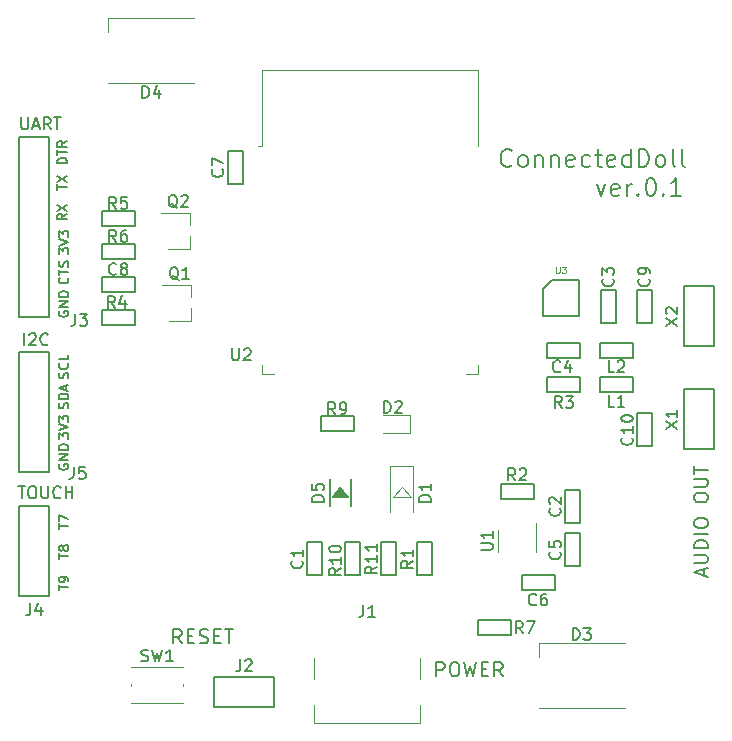
<source format=gto>
G04 #@! TF.GenerationSoftware,KiCad,Pcbnew,(5.1.5)-3*
G04 #@! TF.CreationDate,2020-06-20T18:16:28+09:00*
G04 #@! TF.ProjectId,esp32-mp3-board,65737033-322d-46d7-9033-2d626f617264,rev?*
G04 #@! TF.SameCoordinates,Original*
G04 #@! TF.FileFunction,Legend,Top*
G04 #@! TF.FilePolarity,Positive*
%FSLAX46Y46*%
G04 Gerber Fmt 4.6, Leading zero omitted, Abs format (unit mm)*
G04 Created by KiCad (PCBNEW (5.1.5)-3) date 2020-06-20 18:16:28*
%MOMM*%
%LPD*%
G04 APERTURE LIST*
%ADD10C,0.200000*%
%ADD11C,0.120000*%
%ADD12C,0.150000*%
%ADD13C,0.127000*%
%ADD14C,0.080000*%
G04 APERTURE END LIST*
D10*
X159040571Y-76780714D02*
X158969142Y-76852142D01*
X158754857Y-76923571D01*
X158612000Y-76923571D01*
X158397714Y-76852142D01*
X158254857Y-76709285D01*
X158183428Y-76566428D01*
X158112000Y-76280714D01*
X158112000Y-76066428D01*
X158183428Y-75780714D01*
X158254857Y-75637857D01*
X158397714Y-75495000D01*
X158612000Y-75423571D01*
X158754857Y-75423571D01*
X158969142Y-75495000D01*
X159040571Y-75566428D01*
X159897714Y-76923571D02*
X159754857Y-76852142D01*
X159683428Y-76780714D01*
X159612000Y-76637857D01*
X159612000Y-76209285D01*
X159683428Y-76066428D01*
X159754857Y-75995000D01*
X159897714Y-75923571D01*
X160112000Y-75923571D01*
X160254857Y-75995000D01*
X160326285Y-76066428D01*
X160397714Y-76209285D01*
X160397714Y-76637857D01*
X160326285Y-76780714D01*
X160254857Y-76852142D01*
X160112000Y-76923571D01*
X159897714Y-76923571D01*
X161040571Y-75923571D02*
X161040571Y-76923571D01*
X161040571Y-76066428D02*
X161112000Y-75995000D01*
X161254857Y-75923571D01*
X161469142Y-75923571D01*
X161612000Y-75995000D01*
X161683428Y-76137857D01*
X161683428Y-76923571D01*
X162397714Y-75923571D02*
X162397714Y-76923571D01*
X162397714Y-76066428D02*
X162469142Y-75995000D01*
X162612000Y-75923571D01*
X162826285Y-75923571D01*
X162969142Y-75995000D01*
X163040571Y-76137857D01*
X163040571Y-76923571D01*
X164326285Y-76852142D02*
X164183428Y-76923571D01*
X163897714Y-76923571D01*
X163754857Y-76852142D01*
X163683428Y-76709285D01*
X163683428Y-76137857D01*
X163754857Y-75995000D01*
X163897714Y-75923571D01*
X164183428Y-75923571D01*
X164326285Y-75995000D01*
X164397714Y-76137857D01*
X164397714Y-76280714D01*
X163683428Y-76423571D01*
X165683428Y-76852142D02*
X165540571Y-76923571D01*
X165254857Y-76923571D01*
X165112000Y-76852142D01*
X165040571Y-76780714D01*
X164969142Y-76637857D01*
X164969142Y-76209285D01*
X165040571Y-76066428D01*
X165112000Y-75995000D01*
X165254857Y-75923571D01*
X165540571Y-75923571D01*
X165683428Y-75995000D01*
X166112000Y-75923571D02*
X166683428Y-75923571D01*
X166326285Y-75423571D02*
X166326285Y-76709285D01*
X166397714Y-76852142D01*
X166540571Y-76923571D01*
X166683428Y-76923571D01*
X167754857Y-76852142D02*
X167612000Y-76923571D01*
X167326285Y-76923571D01*
X167183428Y-76852142D01*
X167112000Y-76709285D01*
X167112000Y-76137857D01*
X167183428Y-75995000D01*
X167326285Y-75923571D01*
X167612000Y-75923571D01*
X167754857Y-75995000D01*
X167826285Y-76137857D01*
X167826285Y-76280714D01*
X167112000Y-76423571D01*
X169112000Y-76923571D02*
X169112000Y-75423571D01*
X169112000Y-76852142D02*
X168969142Y-76923571D01*
X168683428Y-76923571D01*
X168540571Y-76852142D01*
X168469142Y-76780714D01*
X168397714Y-76637857D01*
X168397714Y-76209285D01*
X168469142Y-76066428D01*
X168540571Y-75995000D01*
X168683428Y-75923571D01*
X168969142Y-75923571D01*
X169112000Y-75995000D01*
X169826285Y-76923571D02*
X169826285Y-75423571D01*
X170183428Y-75423571D01*
X170397714Y-75495000D01*
X170540571Y-75637857D01*
X170612000Y-75780714D01*
X170683428Y-76066428D01*
X170683428Y-76280714D01*
X170612000Y-76566428D01*
X170540571Y-76709285D01*
X170397714Y-76852142D01*
X170183428Y-76923571D01*
X169826285Y-76923571D01*
X171540571Y-76923571D02*
X171397714Y-76852142D01*
X171326285Y-76780714D01*
X171254857Y-76637857D01*
X171254857Y-76209285D01*
X171326285Y-76066428D01*
X171397714Y-75995000D01*
X171540571Y-75923571D01*
X171754857Y-75923571D01*
X171897714Y-75995000D01*
X171969142Y-76066428D01*
X172040571Y-76209285D01*
X172040571Y-76637857D01*
X171969142Y-76780714D01*
X171897714Y-76852142D01*
X171754857Y-76923571D01*
X171540571Y-76923571D01*
X172897714Y-76923571D02*
X172754857Y-76852142D01*
X172683428Y-76709285D01*
X172683428Y-75423571D01*
X173683428Y-76923571D02*
X173540571Y-76852142D01*
X173469142Y-76709285D01*
X173469142Y-75423571D01*
X166254857Y-78373571D02*
X166612000Y-79373571D01*
X166969142Y-78373571D01*
X168112000Y-79302142D02*
X167969142Y-79373571D01*
X167683428Y-79373571D01*
X167540571Y-79302142D01*
X167469142Y-79159285D01*
X167469142Y-78587857D01*
X167540571Y-78445000D01*
X167683428Y-78373571D01*
X167969142Y-78373571D01*
X168112000Y-78445000D01*
X168183428Y-78587857D01*
X168183428Y-78730714D01*
X167469142Y-78873571D01*
X168826285Y-79373571D02*
X168826285Y-78373571D01*
X168826285Y-78659285D02*
X168897714Y-78516428D01*
X168969142Y-78445000D01*
X169112000Y-78373571D01*
X169254857Y-78373571D01*
X169754857Y-79230714D02*
X169826285Y-79302142D01*
X169754857Y-79373571D01*
X169683428Y-79302142D01*
X169754857Y-79230714D01*
X169754857Y-79373571D01*
X170754857Y-77873571D02*
X170897714Y-77873571D01*
X171040571Y-77945000D01*
X171112000Y-78016428D01*
X171183428Y-78159285D01*
X171254857Y-78445000D01*
X171254857Y-78802142D01*
X171183428Y-79087857D01*
X171112000Y-79230714D01*
X171040571Y-79302142D01*
X170897714Y-79373571D01*
X170754857Y-79373571D01*
X170612000Y-79302142D01*
X170540571Y-79230714D01*
X170469142Y-79087857D01*
X170397714Y-78802142D01*
X170397714Y-78445000D01*
X170469142Y-78159285D01*
X170540571Y-78016428D01*
X170612000Y-77945000D01*
X170754857Y-77873571D01*
X171897714Y-79230714D02*
X171969142Y-79302142D01*
X171897714Y-79373571D01*
X171826285Y-79302142D01*
X171897714Y-79230714D01*
X171897714Y-79373571D01*
X173397714Y-79373571D02*
X172540571Y-79373571D01*
X172969142Y-79373571D02*
X172969142Y-77873571D01*
X172826285Y-78087857D01*
X172683428Y-78230714D01*
X172540571Y-78302142D01*
D11*
X150495000Y-104902000D02*
X149733000Y-104013000D01*
X148971000Y-104902000D02*
X150495000Y-104902000D01*
X149733000Y-104013000D02*
X148971000Y-104902000D01*
D12*
X175333000Y-111534000D02*
X175333000Y-110962571D01*
X175675857Y-111648285D02*
X174475857Y-111248285D01*
X175675857Y-110848285D01*
X174475857Y-110448285D02*
X175447285Y-110448285D01*
X175561571Y-110391142D01*
X175618714Y-110334000D01*
X175675857Y-110219714D01*
X175675857Y-109991142D01*
X175618714Y-109876857D01*
X175561571Y-109819714D01*
X175447285Y-109762571D01*
X174475857Y-109762571D01*
X175675857Y-109191142D02*
X174475857Y-109191142D01*
X174475857Y-108905428D01*
X174533000Y-108734000D01*
X174647285Y-108619714D01*
X174761571Y-108562571D01*
X174990142Y-108505428D01*
X175161571Y-108505428D01*
X175390142Y-108562571D01*
X175504428Y-108619714D01*
X175618714Y-108734000D01*
X175675857Y-108905428D01*
X175675857Y-109191142D01*
X175675857Y-107991142D02*
X174475857Y-107991142D01*
X174475857Y-107191142D02*
X174475857Y-106962571D01*
X174533000Y-106848285D01*
X174647285Y-106734000D01*
X174875857Y-106676857D01*
X175275857Y-106676857D01*
X175504428Y-106734000D01*
X175618714Y-106848285D01*
X175675857Y-106962571D01*
X175675857Y-107191142D01*
X175618714Y-107305428D01*
X175504428Y-107419714D01*
X175275857Y-107476857D01*
X174875857Y-107476857D01*
X174647285Y-107419714D01*
X174533000Y-107305428D01*
X174475857Y-107191142D01*
X174475857Y-105019714D02*
X174475857Y-104791142D01*
X174533000Y-104676857D01*
X174647285Y-104562571D01*
X174875857Y-104505428D01*
X175275857Y-104505428D01*
X175504428Y-104562571D01*
X175618714Y-104676857D01*
X175675857Y-104791142D01*
X175675857Y-105019714D01*
X175618714Y-105134000D01*
X175504428Y-105248285D01*
X175275857Y-105305428D01*
X174875857Y-105305428D01*
X174647285Y-105248285D01*
X174533000Y-105134000D01*
X174475857Y-105019714D01*
X174475857Y-103991142D02*
X175447285Y-103991142D01*
X175561571Y-103934000D01*
X175618714Y-103876857D01*
X175675857Y-103762571D01*
X175675857Y-103534000D01*
X175618714Y-103419714D01*
X175561571Y-103362571D01*
X175447285Y-103305428D01*
X174475857Y-103305428D01*
X174475857Y-102905428D02*
X174475857Y-102219714D01*
X175675857Y-102562571D02*
X174475857Y-102562571D01*
X152676571Y-120049857D02*
X152676571Y-118849857D01*
X153133714Y-118849857D01*
X153248000Y-118907000D01*
X153305142Y-118964142D01*
X153362285Y-119078428D01*
X153362285Y-119249857D01*
X153305142Y-119364142D01*
X153248000Y-119421285D01*
X153133714Y-119478428D01*
X152676571Y-119478428D01*
X154105142Y-118849857D02*
X154333714Y-118849857D01*
X154448000Y-118907000D01*
X154562285Y-119021285D01*
X154619428Y-119249857D01*
X154619428Y-119649857D01*
X154562285Y-119878428D01*
X154448000Y-119992714D01*
X154333714Y-120049857D01*
X154105142Y-120049857D01*
X153990857Y-119992714D01*
X153876571Y-119878428D01*
X153819428Y-119649857D01*
X153819428Y-119249857D01*
X153876571Y-119021285D01*
X153990857Y-118907000D01*
X154105142Y-118849857D01*
X155019428Y-118849857D02*
X155305142Y-120049857D01*
X155533714Y-119192714D01*
X155762285Y-120049857D01*
X156048000Y-118849857D01*
X156505142Y-119421285D02*
X156905142Y-119421285D01*
X157076571Y-120049857D02*
X156505142Y-120049857D01*
X156505142Y-118849857D01*
X157076571Y-118849857D01*
X158276571Y-120049857D02*
X157876571Y-119478428D01*
X157590857Y-120049857D02*
X157590857Y-118849857D01*
X158048000Y-118849857D01*
X158162285Y-118907000D01*
X158219428Y-118964142D01*
X158276571Y-119078428D01*
X158276571Y-119249857D01*
X158219428Y-119364142D01*
X158162285Y-119421285D01*
X158048000Y-119478428D01*
X157590857Y-119478428D01*
X120719904Y-112750523D02*
X120719904Y-112293380D01*
X121519904Y-112521952D02*
X120719904Y-112521952D01*
X121519904Y-111988619D02*
X121519904Y-111836238D01*
X121481809Y-111760047D01*
X121443714Y-111721952D01*
X121329428Y-111645761D01*
X121177047Y-111607666D01*
X120872285Y-111607666D01*
X120796095Y-111645761D01*
X120758000Y-111683857D01*
X120719904Y-111760047D01*
X120719904Y-111912428D01*
X120758000Y-111988619D01*
X120796095Y-112026714D01*
X120872285Y-112064809D01*
X121062761Y-112064809D01*
X121138952Y-112026714D01*
X121177047Y-111988619D01*
X121215142Y-111912428D01*
X121215142Y-111760047D01*
X121177047Y-111683857D01*
X121138952Y-111645761D01*
X121062761Y-111607666D01*
X120719904Y-110083523D02*
X120719904Y-109626380D01*
X121519904Y-109854952D02*
X120719904Y-109854952D01*
X121062761Y-109245428D02*
X121024666Y-109321619D01*
X120986571Y-109359714D01*
X120910380Y-109397809D01*
X120872285Y-109397809D01*
X120796095Y-109359714D01*
X120758000Y-109321619D01*
X120719904Y-109245428D01*
X120719904Y-109093047D01*
X120758000Y-109016857D01*
X120796095Y-108978761D01*
X120872285Y-108940666D01*
X120910380Y-108940666D01*
X120986571Y-108978761D01*
X121024666Y-109016857D01*
X121062761Y-109093047D01*
X121062761Y-109245428D01*
X121100857Y-109321619D01*
X121138952Y-109359714D01*
X121215142Y-109397809D01*
X121367523Y-109397809D01*
X121443714Y-109359714D01*
X121481809Y-109321619D01*
X121519904Y-109245428D01*
X121519904Y-109093047D01*
X121481809Y-109016857D01*
X121443714Y-108978761D01*
X121367523Y-108940666D01*
X121215142Y-108940666D01*
X121138952Y-108978761D01*
X121100857Y-109016857D01*
X121062761Y-109093047D01*
X120719904Y-107543523D02*
X120719904Y-107086380D01*
X121519904Y-107314952D02*
X120719904Y-107314952D01*
X120719904Y-106895904D02*
X120719904Y-106362571D01*
X121519904Y-106705428D01*
X121481809Y-94805380D02*
X121519904Y-94691095D01*
X121519904Y-94500619D01*
X121481809Y-94424428D01*
X121443714Y-94386333D01*
X121367523Y-94348238D01*
X121291333Y-94348238D01*
X121215142Y-94386333D01*
X121177047Y-94424428D01*
X121138952Y-94500619D01*
X121100857Y-94653000D01*
X121062761Y-94729190D01*
X121024666Y-94767285D01*
X120948476Y-94805380D01*
X120872285Y-94805380D01*
X120796095Y-94767285D01*
X120758000Y-94729190D01*
X120719904Y-94653000D01*
X120719904Y-94462523D01*
X120758000Y-94348238D01*
X121443714Y-93548238D02*
X121481809Y-93586333D01*
X121519904Y-93700619D01*
X121519904Y-93776809D01*
X121481809Y-93891095D01*
X121405619Y-93967285D01*
X121329428Y-94005380D01*
X121177047Y-94043476D01*
X121062761Y-94043476D01*
X120910380Y-94005380D01*
X120834190Y-93967285D01*
X120758000Y-93891095D01*
X120719904Y-93776809D01*
X120719904Y-93700619D01*
X120758000Y-93586333D01*
X120796095Y-93548238D01*
X121519904Y-92824428D02*
X121519904Y-93205380D01*
X120719904Y-93205380D01*
X121481809Y-97364428D02*
X121519904Y-97250142D01*
X121519904Y-97059666D01*
X121481809Y-96983476D01*
X121443714Y-96945380D01*
X121367523Y-96907285D01*
X121291333Y-96907285D01*
X121215142Y-96945380D01*
X121177047Y-96983476D01*
X121138952Y-97059666D01*
X121100857Y-97212047D01*
X121062761Y-97288238D01*
X121024666Y-97326333D01*
X120948476Y-97364428D01*
X120872285Y-97364428D01*
X120796095Y-97326333D01*
X120758000Y-97288238D01*
X120719904Y-97212047D01*
X120719904Y-97021571D01*
X120758000Y-96907285D01*
X121519904Y-96564428D02*
X120719904Y-96564428D01*
X120719904Y-96373952D01*
X120758000Y-96259666D01*
X120834190Y-96183476D01*
X120910380Y-96145380D01*
X121062761Y-96107285D01*
X121177047Y-96107285D01*
X121329428Y-96145380D01*
X121405619Y-96183476D01*
X121481809Y-96259666D01*
X121519904Y-96373952D01*
X121519904Y-96564428D01*
X121291333Y-95802523D02*
X121291333Y-95421571D01*
X121519904Y-95878714D02*
X120719904Y-95612047D01*
X121519904Y-95345380D01*
X120719904Y-99923476D02*
X120719904Y-99428238D01*
X121024666Y-99694904D01*
X121024666Y-99580619D01*
X121062761Y-99504428D01*
X121100857Y-99466333D01*
X121177047Y-99428238D01*
X121367523Y-99428238D01*
X121443714Y-99466333D01*
X121481809Y-99504428D01*
X121519904Y-99580619D01*
X121519904Y-99809190D01*
X121481809Y-99885380D01*
X121443714Y-99923476D01*
X120719904Y-99199666D02*
X121519904Y-98933000D01*
X120719904Y-98666333D01*
X120719904Y-98475857D02*
X120719904Y-97980619D01*
X121024666Y-98247285D01*
X121024666Y-98133000D01*
X121062761Y-98056809D01*
X121100857Y-98018714D01*
X121177047Y-97980619D01*
X121367523Y-97980619D01*
X121443714Y-98018714D01*
X121481809Y-98056809D01*
X121519904Y-98133000D01*
X121519904Y-98361571D01*
X121481809Y-98437761D01*
X121443714Y-98475857D01*
X120758000Y-102082523D02*
X120719904Y-102158714D01*
X120719904Y-102273000D01*
X120758000Y-102387285D01*
X120834190Y-102463476D01*
X120910380Y-102501571D01*
X121062761Y-102539666D01*
X121177047Y-102539666D01*
X121329428Y-102501571D01*
X121405619Y-102463476D01*
X121481809Y-102387285D01*
X121519904Y-102273000D01*
X121519904Y-102196809D01*
X121481809Y-102082523D01*
X121443714Y-102044428D01*
X121177047Y-102044428D01*
X121177047Y-102196809D01*
X121519904Y-101701571D02*
X120719904Y-101701571D01*
X121519904Y-101244428D01*
X120719904Y-101244428D01*
X121519904Y-100863476D02*
X120719904Y-100863476D01*
X120719904Y-100673000D01*
X120758000Y-100558714D01*
X120834190Y-100482523D01*
X120910380Y-100444428D01*
X121062761Y-100406333D01*
X121177047Y-100406333D01*
X121329428Y-100444428D01*
X121405619Y-100482523D01*
X121481809Y-100558714D01*
X121519904Y-100673000D01*
X121519904Y-100863476D01*
X120758000Y-89128523D02*
X120719904Y-89204714D01*
X120719904Y-89319000D01*
X120758000Y-89433285D01*
X120834190Y-89509476D01*
X120910380Y-89547571D01*
X121062761Y-89585666D01*
X121177047Y-89585666D01*
X121329428Y-89547571D01*
X121405619Y-89509476D01*
X121481809Y-89433285D01*
X121519904Y-89319000D01*
X121519904Y-89242809D01*
X121481809Y-89128523D01*
X121443714Y-89090428D01*
X121177047Y-89090428D01*
X121177047Y-89242809D01*
X121519904Y-88747571D02*
X120719904Y-88747571D01*
X121519904Y-88290428D01*
X120719904Y-88290428D01*
X121519904Y-87909476D02*
X120719904Y-87909476D01*
X120719904Y-87719000D01*
X120758000Y-87604714D01*
X120834190Y-87528523D01*
X120910380Y-87490428D01*
X121062761Y-87452333D01*
X121177047Y-87452333D01*
X121329428Y-87490428D01*
X121405619Y-87528523D01*
X121481809Y-87604714D01*
X121519904Y-87719000D01*
X121519904Y-87909476D01*
X121443714Y-86290095D02*
X121481809Y-86328190D01*
X121519904Y-86442476D01*
X121519904Y-86518666D01*
X121481809Y-86632952D01*
X121405619Y-86709142D01*
X121329428Y-86747238D01*
X121177047Y-86785333D01*
X121062761Y-86785333D01*
X120910380Y-86747238D01*
X120834190Y-86709142D01*
X120758000Y-86632952D01*
X120719904Y-86518666D01*
X120719904Y-86442476D01*
X120758000Y-86328190D01*
X120796095Y-86290095D01*
X120719904Y-86061523D02*
X120719904Y-85604380D01*
X121519904Y-85832952D02*
X120719904Y-85832952D01*
X121481809Y-85375809D02*
X121519904Y-85261523D01*
X121519904Y-85071047D01*
X121481809Y-84994857D01*
X121443714Y-84956761D01*
X121367523Y-84918666D01*
X121291333Y-84918666D01*
X121215142Y-84956761D01*
X121177047Y-84994857D01*
X121138952Y-85071047D01*
X121100857Y-85223428D01*
X121062761Y-85299619D01*
X121024666Y-85337714D01*
X120948476Y-85375809D01*
X120872285Y-85375809D01*
X120796095Y-85337714D01*
X120758000Y-85299619D01*
X120719904Y-85223428D01*
X120719904Y-85032952D01*
X120758000Y-84918666D01*
X120719904Y-84302476D02*
X120719904Y-83807238D01*
X121024666Y-84073904D01*
X121024666Y-83959619D01*
X121062761Y-83883428D01*
X121100857Y-83845333D01*
X121177047Y-83807238D01*
X121367523Y-83807238D01*
X121443714Y-83845333D01*
X121481809Y-83883428D01*
X121519904Y-83959619D01*
X121519904Y-84188190D01*
X121481809Y-84264380D01*
X121443714Y-84302476D01*
X120719904Y-83578666D02*
X121519904Y-83312000D01*
X120719904Y-83045333D01*
X120719904Y-82854857D02*
X120719904Y-82359619D01*
X121024666Y-82626285D01*
X121024666Y-82512000D01*
X121062761Y-82435809D01*
X121100857Y-82397714D01*
X121177047Y-82359619D01*
X121367523Y-82359619D01*
X121443714Y-82397714D01*
X121481809Y-82435809D01*
X121519904Y-82512000D01*
X121519904Y-82740571D01*
X121481809Y-82816761D01*
X121443714Y-82854857D01*
X121392904Y-80905333D02*
X121011952Y-81172000D01*
X121392904Y-81362476D02*
X120592904Y-81362476D01*
X120592904Y-81057714D01*
X120631000Y-80981523D01*
X120669095Y-80943428D01*
X120745285Y-80905333D01*
X120859571Y-80905333D01*
X120935761Y-80943428D01*
X120973857Y-80981523D01*
X121011952Y-81057714D01*
X121011952Y-81362476D01*
X120592904Y-80638666D02*
X121392904Y-80105333D01*
X120592904Y-80105333D02*
X121392904Y-80638666D01*
X120592904Y-78841523D02*
X120592904Y-78384380D01*
X121392904Y-78612952D02*
X120592904Y-78612952D01*
X120592904Y-78193904D02*
X121392904Y-77660571D01*
X120592904Y-77660571D02*
X121392904Y-78193904D01*
X121392904Y-76606285D02*
X120592904Y-76606285D01*
X120592904Y-76415809D01*
X120631000Y-76301523D01*
X120707190Y-76225333D01*
X120783380Y-76187238D01*
X120935761Y-76149142D01*
X121050047Y-76149142D01*
X121202428Y-76187238D01*
X121278619Y-76225333D01*
X121354809Y-76301523D01*
X121392904Y-76415809D01*
X121392904Y-76606285D01*
X120592904Y-75920571D02*
X120592904Y-75463428D01*
X121392904Y-75692000D02*
X120592904Y-75692000D01*
X121392904Y-74739619D02*
X121011952Y-75006285D01*
X121392904Y-75196761D02*
X120592904Y-75196761D01*
X120592904Y-74892000D01*
X120631000Y-74815809D01*
X120669095Y-74777714D01*
X120745285Y-74739619D01*
X120859571Y-74739619D01*
X120935761Y-74777714D01*
X120973857Y-74815809D01*
X121011952Y-74892000D01*
X121011952Y-75196761D01*
X131099142Y-117255857D02*
X130699142Y-116684428D01*
X130413428Y-117255857D02*
X130413428Y-116055857D01*
X130870571Y-116055857D01*
X130984857Y-116113000D01*
X131042000Y-116170142D01*
X131099142Y-116284428D01*
X131099142Y-116455857D01*
X131042000Y-116570142D01*
X130984857Y-116627285D01*
X130870571Y-116684428D01*
X130413428Y-116684428D01*
X131613428Y-116627285D02*
X132013428Y-116627285D01*
X132184857Y-117255857D02*
X131613428Y-117255857D01*
X131613428Y-116055857D01*
X132184857Y-116055857D01*
X132642000Y-117198714D02*
X132813428Y-117255857D01*
X133099142Y-117255857D01*
X133213428Y-117198714D01*
X133270571Y-117141571D01*
X133327714Y-117027285D01*
X133327714Y-116913000D01*
X133270571Y-116798714D01*
X133213428Y-116741571D01*
X133099142Y-116684428D01*
X132870571Y-116627285D01*
X132756285Y-116570142D01*
X132699142Y-116513000D01*
X132642000Y-116398714D01*
X132642000Y-116284428D01*
X132699142Y-116170142D01*
X132756285Y-116113000D01*
X132870571Y-116055857D01*
X133156285Y-116055857D01*
X133327714Y-116113000D01*
X133842000Y-116627285D02*
X134242000Y-116627285D01*
X134413428Y-117255857D02*
X133842000Y-117255857D01*
X133842000Y-116055857D01*
X134413428Y-116055857D01*
X134756285Y-116055857D02*
X135442000Y-116055857D01*
X135099142Y-117255857D02*
X135099142Y-116055857D01*
X117276857Y-103973380D02*
X117848285Y-103973380D01*
X117562571Y-104973380D02*
X117562571Y-103973380D01*
X118372095Y-103973380D02*
X118562571Y-103973380D01*
X118657809Y-104021000D01*
X118753047Y-104116238D01*
X118800666Y-104306714D01*
X118800666Y-104640047D01*
X118753047Y-104830523D01*
X118657809Y-104925761D01*
X118562571Y-104973380D01*
X118372095Y-104973380D01*
X118276857Y-104925761D01*
X118181619Y-104830523D01*
X118134000Y-104640047D01*
X118134000Y-104306714D01*
X118181619Y-104116238D01*
X118276857Y-104021000D01*
X118372095Y-103973380D01*
X119229238Y-103973380D02*
X119229238Y-104782904D01*
X119276857Y-104878142D01*
X119324476Y-104925761D01*
X119419714Y-104973380D01*
X119610190Y-104973380D01*
X119705428Y-104925761D01*
X119753047Y-104878142D01*
X119800666Y-104782904D01*
X119800666Y-103973380D01*
X120848285Y-104878142D02*
X120800666Y-104925761D01*
X120657809Y-104973380D01*
X120562571Y-104973380D01*
X120419714Y-104925761D01*
X120324476Y-104830523D01*
X120276857Y-104735285D01*
X120229238Y-104544809D01*
X120229238Y-104401952D01*
X120276857Y-104211476D01*
X120324476Y-104116238D01*
X120419714Y-104021000D01*
X120562571Y-103973380D01*
X120657809Y-103973380D01*
X120800666Y-104021000D01*
X120848285Y-104068619D01*
X121276857Y-104973380D02*
X121276857Y-103973380D01*
X121276857Y-104449571D02*
X121848285Y-104449571D01*
X121848285Y-104973380D02*
X121848285Y-103973380D01*
X117768809Y-92019380D02*
X117768809Y-91019380D01*
X118197380Y-91114619D02*
X118245000Y-91067000D01*
X118340238Y-91019380D01*
X118578333Y-91019380D01*
X118673571Y-91067000D01*
X118721190Y-91114619D01*
X118768809Y-91209857D01*
X118768809Y-91305095D01*
X118721190Y-91447952D01*
X118149761Y-92019380D01*
X118768809Y-92019380D01*
X119768809Y-91924142D02*
X119721190Y-91971761D01*
X119578333Y-92019380D01*
X119483095Y-92019380D01*
X119340238Y-91971761D01*
X119245000Y-91876523D01*
X119197380Y-91781285D01*
X119149761Y-91590809D01*
X119149761Y-91447952D01*
X119197380Y-91257476D01*
X119245000Y-91162238D01*
X119340238Y-91067000D01*
X119483095Y-91019380D01*
X119578333Y-91019380D01*
X119721190Y-91067000D01*
X119768809Y-91114619D01*
X117530761Y-72731380D02*
X117530761Y-73540904D01*
X117578380Y-73636142D01*
X117626000Y-73683761D01*
X117721238Y-73731380D01*
X117911714Y-73731380D01*
X118006952Y-73683761D01*
X118054571Y-73636142D01*
X118102190Y-73540904D01*
X118102190Y-72731380D01*
X118530761Y-73445666D02*
X119006952Y-73445666D01*
X118435523Y-73731380D02*
X118768857Y-72731380D01*
X119102190Y-73731380D01*
X120006952Y-73731380D02*
X119673619Y-73255190D01*
X119435523Y-73731380D02*
X119435523Y-72731380D01*
X119816476Y-72731380D01*
X119911714Y-72779000D01*
X119959333Y-72826619D01*
X120006952Y-72921857D01*
X120006952Y-73064714D01*
X119959333Y-73159952D01*
X119911714Y-73207571D01*
X119816476Y-73255190D01*
X119435523Y-73255190D01*
X120292666Y-72731380D02*
X120864095Y-72731380D01*
X120578380Y-73731380D02*
X120578380Y-72731380D01*
D11*
X161320000Y-122750000D02*
X168620000Y-122750000D01*
X161320000Y-118400000D02*
X161320000Y-117250000D01*
X161320000Y-117250000D02*
X168620000Y-117250000D01*
X124874000Y-64306000D02*
X132174000Y-64306000D01*
X124874000Y-65456000D02*
X124874000Y-64306000D01*
X124874000Y-69806000D02*
X132174000Y-69806000D01*
X151282000Y-123966000D02*
X142342000Y-123966000D01*
X151282000Y-118456000D02*
X151282000Y-120256000D01*
X151282000Y-123966000D02*
X151282000Y-122506000D01*
X142342000Y-123966000D02*
X142342000Y-122506000D01*
X142342000Y-118456000D02*
X142342000Y-120256000D01*
X131867000Y-86882000D02*
X129437000Y-86882000D01*
X131887000Y-86892000D02*
X131887000Y-87892000D01*
X131887000Y-89942000D02*
X130037000Y-89942000D01*
X131887000Y-88892000D02*
X131887000Y-89942000D01*
X131770001Y-82797001D02*
X131770001Y-83847001D01*
X131770001Y-83847001D02*
X129920001Y-83847001D01*
X131770001Y-80797001D02*
X131770001Y-81797001D01*
X131750001Y-80787001D02*
X129320001Y-80787001D01*
X131232000Y-120827000D02*
X131232000Y-120727000D01*
X126832000Y-122327000D02*
X131232000Y-122327000D01*
X131232000Y-119227000D02*
X126832000Y-119227000D01*
X126832000Y-120827000D02*
X126832000Y-120727000D01*
X157902000Y-107685000D02*
X157902000Y-109485000D01*
X161122000Y-109485000D02*
X161122000Y-107035000D01*
X137946000Y-93682000D02*
X137946000Y-94462000D01*
X137946000Y-94462000D02*
X138946000Y-94462000D01*
X156186000Y-93682000D02*
X156186000Y-94462000D01*
X156186000Y-94462000D02*
X155186000Y-94462000D01*
X137946000Y-68717000D02*
X156186000Y-68717000D01*
X156186000Y-68717000D02*
X156186000Y-75137000D01*
X137946000Y-68717000D02*
X137946000Y-75137000D01*
X137946000Y-75137000D02*
X137566000Y-75137000D01*
D13*
X141732000Y-111506000D02*
X141732000Y-108712000D01*
X141732000Y-108712000D02*
X143002000Y-108712000D01*
X143002000Y-108712000D02*
X143002000Y-111506000D01*
X143002000Y-111506000D02*
X141732000Y-111506000D01*
X164846000Y-107061000D02*
X163576000Y-107061000D01*
X164846000Y-104267000D02*
X164846000Y-107061000D01*
X163576000Y-104267000D02*
X164846000Y-104267000D01*
X163576000Y-107061000D02*
X163576000Y-104267000D01*
X167894000Y-90170000D02*
X166624000Y-90170000D01*
X167894000Y-87376000D02*
X167894000Y-90170000D01*
X166624000Y-87376000D02*
X167894000Y-87376000D01*
X166624000Y-90170000D02*
X166624000Y-87376000D01*
X162052000Y-91821000D02*
X164846000Y-91821000D01*
X164846000Y-91821000D02*
X164846000Y-93091000D01*
X164846000Y-93091000D02*
X162052000Y-93091000D01*
X162052000Y-93091000D02*
X162052000Y-91821000D01*
X163576000Y-110744000D02*
X163576000Y-107950000D01*
X163576000Y-107950000D02*
X164846000Y-107950000D01*
X164846000Y-107950000D02*
X164846000Y-110744000D01*
X164846000Y-110744000D02*
X163576000Y-110744000D01*
X162687000Y-111506000D02*
X162687000Y-112776000D01*
X159893000Y-111506000D02*
X162687000Y-111506000D01*
X159893000Y-112776000D02*
X159893000Y-111506000D01*
X162687000Y-112776000D02*
X159893000Y-112776000D01*
X135001000Y-78359000D02*
X135001000Y-75565000D01*
X135001000Y-75565000D02*
X136271000Y-75565000D01*
X136271000Y-75565000D02*
X136271000Y-78359000D01*
X136271000Y-78359000D02*
X135001000Y-78359000D01*
X127127000Y-86233000D02*
X127127000Y-87503000D01*
X124333000Y-86233000D02*
X127127000Y-86233000D01*
X124333000Y-87503000D02*
X124333000Y-86233000D01*
X127127000Y-87503000D02*
X124333000Y-87503000D01*
X169672000Y-90170000D02*
X169672000Y-87376000D01*
X169672000Y-87376000D02*
X170942000Y-87376000D01*
X170942000Y-87376000D02*
X170942000Y-90170000D01*
X170942000Y-90170000D02*
X169672000Y-90170000D01*
X170942000Y-100584000D02*
X169672000Y-100584000D01*
X170942000Y-97790000D02*
X170942000Y-100584000D01*
X169672000Y-97790000D02*
X170942000Y-97790000D01*
X169672000Y-100584000D02*
X169672000Y-97790000D01*
X144399000Y-104648000D02*
X144526000Y-104648000D01*
X144653000Y-104775000D02*
X144399000Y-104648000D01*
X144526000Y-104521000D02*
X144653000Y-104775000D01*
X144399000Y-104648000D02*
X144526000Y-104521000D01*
X144272000Y-104775000D02*
X144399000Y-104648000D01*
X144653000Y-104775000D02*
X144272000Y-104775000D01*
X144780000Y-104775000D02*
X144653000Y-104775000D01*
X144526000Y-104394000D02*
X144780000Y-104775000D01*
X144145000Y-104775000D02*
X144526000Y-104394000D01*
X144907000Y-104902000D02*
X144145000Y-104775000D01*
X144526000Y-104267000D02*
X144907000Y-104902000D01*
X144018000Y-104775000D02*
X144526000Y-104267000D01*
X145034000Y-104902000D02*
X144018000Y-104775000D01*
X144526000Y-104140000D02*
X145034000Y-104902000D01*
X143891000Y-104902000D02*
X144526000Y-104140000D01*
X144907000Y-104902000D02*
X143891000Y-104902000D01*
X145034000Y-104902000D02*
X144907000Y-104902000D01*
X145161000Y-104902000D02*
X145034000Y-104902000D01*
X144526000Y-104140000D02*
X145161000Y-104902000D01*
X145415000Y-103378000D02*
X145415000Y-105664000D01*
X143637000Y-105664000D02*
X143637000Y-103378000D01*
D12*
X138938000Y-122682000D02*
X133858000Y-122682000D01*
X138938000Y-120142000D02*
X138938000Y-122682000D01*
X133858000Y-120142000D02*
X138938000Y-120142000D01*
X133858000Y-122682000D02*
X133858000Y-120142000D01*
D13*
X117348000Y-89662000D02*
X117348000Y-74422000D01*
X119888000Y-89662000D02*
X117348000Y-89662000D01*
X119888000Y-74422000D02*
X119888000Y-89662000D01*
X117348000Y-74422000D02*
X119888000Y-74422000D01*
X117348000Y-113284000D02*
X117348000Y-105664000D01*
X119888000Y-113284000D02*
X117348000Y-113284000D01*
X119888000Y-105664000D02*
X119888000Y-113284000D01*
X117348000Y-105664000D02*
X119888000Y-105664000D01*
X119888000Y-92583000D02*
X119888000Y-102743000D01*
X117348000Y-92583000D02*
X119888000Y-92583000D01*
X117348000Y-102743000D02*
X117348000Y-92583000D01*
X119888000Y-102743000D02*
X117348000Y-102743000D01*
X166497000Y-94742000D02*
X169291000Y-94742000D01*
X169291000Y-94742000D02*
X169291000Y-96012000D01*
X169291000Y-96012000D02*
X166497000Y-96012000D01*
X166497000Y-96012000D02*
X166497000Y-94742000D01*
X166497000Y-93091000D02*
X166497000Y-91821000D01*
X169291000Y-93091000D02*
X166497000Y-93091000D01*
X169291000Y-91821000D02*
X169291000Y-93091000D01*
X166497000Y-91821000D02*
X169291000Y-91821000D01*
X151003000Y-111506000D02*
X151003000Y-108712000D01*
X151003000Y-108712000D02*
X152273000Y-108712000D01*
X152273000Y-108712000D02*
X152273000Y-111506000D01*
X152273000Y-111506000D02*
X151003000Y-111506000D01*
X160909000Y-105029000D02*
X158115000Y-105029000D01*
X158115000Y-105029000D02*
X158115000Y-103759000D01*
X158115000Y-103759000D02*
X160909000Y-103759000D01*
X160909000Y-103759000D02*
X160909000Y-105029000D01*
X164846000Y-94742000D02*
X164846000Y-96012000D01*
X162052000Y-94742000D02*
X164846000Y-94742000D01*
X162052000Y-96012000D02*
X162052000Y-94742000D01*
X164846000Y-96012000D02*
X162052000Y-96012000D01*
X124333000Y-89027000D02*
X127127000Y-89027000D01*
X127127000Y-89027000D02*
X127127000Y-90297000D01*
X127127000Y-90297000D02*
X124333000Y-90297000D01*
X124333000Y-90297000D02*
X124333000Y-89027000D01*
X124333000Y-81915000D02*
X124333000Y-80645000D01*
X127127000Y-81915000D02*
X124333000Y-81915000D01*
X127127000Y-80645000D02*
X127127000Y-81915000D01*
X124333000Y-80645000D02*
X127127000Y-80645000D01*
X127127000Y-84709000D02*
X124333000Y-84709000D01*
X124333000Y-84709000D02*
X124333000Y-83439000D01*
X124333000Y-83439000D02*
X127127000Y-83439000D01*
X127127000Y-83439000D02*
X127127000Y-84709000D01*
X156210000Y-116586000D02*
X156210000Y-115316000D01*
X159004000Y-116586000D02*
X156210000Y-116586000D01*
X159004000Y-115316000D02*
X159004000Y-116586000D01*
X156210000Y-115316000D02*
X159004000Y-115316000D01*
X142875000Y-99314000D02*
X142875000Y-98044000D01*
X145669000Y-99314000D02*
X142875000Y-99314000D01*
X145669000Y-98044000D02*
X145669000Y-99314000D01*
X142875000Y-98044000D02*
X145669000Y-98044000D01*
D12*
X176149000Y-100838000D02*
X173609000Y-100838000D01*
X173609000Y-100838000D02*
X173609000Y-95758000D01*
X173609000Y-95758000D02*
X176149000Y-95758000D01*
X176149000Y-95758000D02*
X176149000Y-100838000D01*
X176149000Y-86995000D02*
X176149000Y-92075000D01*
X173609000Y-86995000D02*
X176149000Y-86995000D01*
X173609000Y-92075000D02*
X173609000Y-86995000D01*
X176149000Y-92075000D02*
X173609000Y-92075000D01*
D13*
X146177000Y-108712000D02*
X146177000Y-111506000D01*
X146177000Y-111506000D02*
X144907000Y-111506000D01*
X144907000Y-111506000D02*
X144907000Y-108712000D01*
X144907000Y-108712000D02*
X146177000Y-108712000D01*
X147955000Y-108712000D02*
X149225000Y-108712000D01*
X147955000Y-111506000D02*
X147955000Y-108712000D01*
X149225000Y-111506000D02*
X147955000Y-111506000D01*
X149225000Y-108712000D02*
X149225000Y-111506000D01*
D12*
X164725000Y-86519000D02*
X162485000Y-86519000D01*
X164725000Y-89519000D02*
X164725000Y-86519000D01*
X161725000Y-89519000D02*
X164725000Y-89519000D01*
X161725000Y-87249000D02*
X161725000Y-89519000D01*
X162485000Y-86519000D02*
X161725000Y-87249000D01*
D11*
X148171000Y-99414000D02*
X150456000Y-99414000D01*
X150456000Y-99414000D02*
X150456000Y-97944000D01*
X150456000Y-97944000D02*
X148171000Y-97944000D01*
X150733000Y-102271000D02*
X148733000Y-102271000D01*
X148733000Y-102271000D02*
X148733000Y-106171000D01*
X150733000Y-102271000D02*
X150733000Y-106171000D01*
D12*
X164221904Y-116972380D02*
X164221904Y-115972380D01*
X164460000Y-115972380D01*
X164602857Y-116020000D01*
X164698095Y-116115238D01*
X164745714Y-116210476D01*
X164793333Y-116400952D01*
X164793333Y-116543809D01*
X164745714Y-116734285D01*
X164698095Y-116829523D01*
X164602857Y-116924761D01*
X164460000Y-116972380D01*
X164221904Y-116972380D01*
X165126666Y-115972380D02*
X165745714Y-115972380D01*
X165412380Y-116353333D01*
X165555238Y-116353333D01*
X165650476Y-116400952D01*
X165698095Y-116448571D01*
X165745714Y-116543809D01*
X165745714Y-116781904D01*
X165698095Y-116877142D01*
X165650476Y-116924761D01*
X165555238Y-116972380D01*
X165269523Y-116972380D01*
X165174285Y-116924761D01*
X165126666Y-116877142D01*
X127785904Y-71064380D02*
X127785904Y-70064380D01*
X128024000Y-70064380D01*
X128166857Y-70112000D01*
X128262095Y-70207238D01*
X128309714Y-70302476D01*
X128357333Y-70492952D01*
X128357333Y-70635809D01*
X128309714Y-70826285D01*
X128262095Y-70921523D01*
X128166857Y-71016761D01*
X128024000Y-71064380D01*
X127785904Y-71064380D01*
X129214476Y-70397714D02*
X129214476Y-71064380D01*
X128976380Y-70016761D02*
X128738285Y-70731047D01*
X129357333Y-70731047D01*
X146478666Y-113998380D02*
X146478666Y-114712666D01*
X146431047Y-114855523D01*
X146335809Y-114950761D01*
X146192952Y-114998380D01*
X146097714Y-114998380D01*
X147478666Y-114998380D02*
X146907238Y-114998380D01*
X147192952Y-114998380D02*
X147192952Y-113998380D01*
X147097714Y-114141238D01*
X147002476Y-114236476D01*
X146907238Y-114284095D01*
X130841761Y-86489619D02*
X130746523Y-86442000D01*
X130651285Y-86346761D01*
X130508428Y-86203904D01*
X130413190Y-86156285D01*
X130317952Y-86156285D01*
X130365571Y-86394380D02*
X130270333Y-86346761D01*
X130175095Y-86251523D01*
X130127476Y-86061047D01*
X130127476Y-85727714D01*
X130175095Y-85537238D01*
X130270333Y-85442000D01*
X130365571Y-85394380D01*
X130556047Y-85394380D01*
X130651285Y-85442000D01*
X130746523Y-85537238D01*
X130794142Y-85727714D01*
X130794142Y-86061047D01*
X130746523Y-86251523D01*
X130651285Y-86346761D01*
X130556047Y-86394380D01*
X130365571Y-86394380D01*
X131746523Y-86394380D02*
X131175095Y-86394380D01*
X131460809Y-86394380D02*
X131460809Y-85394380D01*
X131365571Y-85537238D01*
X131270333Y-85632476D01*
X131175095Y-85680095D01*
X130724762Y-80394620D02*
X130629524Y-80347001D01*
X130534286Y-80251762D01*
X130391429Y-80108905D01*
X130296191Y-80061286D01*
X130200953Y-80061286D01*
X130248572Y-80299381D02*
X130153334Y-80251762D01*
X130058096Y-80156524D01*
X130010477Y-79966048D01*
X130010477Y-79632715D01*
X130058096Y-79442239D01*
X130153334Y-79347001D01*
X130248572Y-79299381D01*
X130439048Y-79299381D01*
X130534286Y-79347001D01*
X130629524Y-79442239D01*
X130677143Y-79632715D01*
X130677143Y-79966048D01*
X130629524Y-80156524D01*
X130534286Y-80251762D01*
X130439048Y-80299381D01*
X130248572Y-80299381D01*
X131058096Y-79394620D02*
X131105715Y-79347001D01*
X131200953Y-79299381D01*
X131439048Y-79299381D01*
X131534286Y-79347001D01*
X131581905Y-79394620D01*
X131629524Y-79489858D01*
X131629524Y-79585096D01*
X131581905Y-79727953D01*
X131010477Y-80299381D01*
X131629524Y-80299381D01*
X127698666Y-118731761D02*
X127841523Y-118779380D01*
X128079619Y-118779380D01*
X128174857Y-118731761D01*
X128222476Y-118684142D01*
X128270095Y-118588904D01*
X128270095Y-118493666D01*
X128222476Y-118398428D01*
X128174857Y-118350809D01*
X128079619Y-118303190D01*
X127889142Y-118255571D01*
X127793904Y-118207952D01*
X127746285Y-118160333D01*
X127698666Y-118065095D01*
X127698666Y-117969857D01*
X127746285Y-117874619D01*
X127793904Y-117827000D01*
X127889142Y-117779380D01*
X128127238Y-117779380D01*
X128270095Y-117827000D01*
X128603428Y-117779380D02*
X128841523Y-118779380D01*
X129032000Y-118065095D01*
X129222476Y-118779380D01*
X129460571Y-117779380D01*
X130365333Y-118779380D02*
X129793904Y-118779380D01*
X130079619Y-118779380D02*
X130079619Y-117779380D01*
X129984380Y-117922238D01*
X129889142Y-118017476D01*
X129793904Y-118065095D01*
X156424380Y-109346904D02*
X157233904Y-109346904D01*
X157329142Y-109299285D01*
X157376761Y-109251666D01*
X157424380Y-109156428D01*
X157424380Y-108965952D01*
X157376761Y-108870714D01*
X157329142Y-108823095D01*
X157233904Y-108775476D01*
X156424380Y-108775476D01*
X157424380Y-107775476D02*
X157424380Y-108346904D01*
X157424380Y-108061190D02*
X156424380Y-108061190D01*
X156567238Y-108156428D01*
X156662476Y-108251666D01*
X156710095Y-108346904D01*
X135382095Y-92289380D02*
X135382095Y-93098904D01*
X135429714Y-93194142D01*
X135477333Y-93241761D01*
X135572571Y-93289380D01*
X135763047Y-93289380D01*
X135858285Y-93241761D01*
X135905904Y-93194142D01*
X135953523Y-93098904D01*
X135953523Y-92289380D01*
X136382095Y-92384619D02*
X136429714Y-92337000D01*
X136524952Y-92289380D01*
X136763047Y-92289380D01*
X136858285Y-92337000D01*
X136905904Y-92384619D01*
X136953523Y-92479857D01*
X136953523Y-92575095D01*
X136905904Y-92717952D01*
X136334476Y-93289380D01*
X136953523Y-93289380D01*
X141274142Y-110275666D02*
X141321761Y-110323285D01*
X141369380Y-110466142D01*
X141369380Y-110561380D01*
X141321761Y-110704238D01*
X141226523Y-110799476D01*
X141131285Y-110847095D01*
X140940809Y-110894714D01*
X140797952Y-110894714D01*
X140607476Y-110847095D01*
X140512238Y-110799476D01*
X140417000Y-110704238D01*
X140369380Y-110561380D01*
X140369380Y-110466142D01*
X140417000Y-110323285D01*
X140464619Y-110275666D01*
X141369380Y-109323285D02*
X141369380Y-109894714D01*
X141369380Y-109609000D02*
X140369380Y-109609000D01*
X140512238Y-109704238D01*
X140607476Y-109799476D01*
X140655095Y-109894714D01*
X163118142Y-105830666D02*
X163165761Y-105878285D01*
X163213380Y-106021142D01*
X163213380Y-106116380D01*
X163165761Y-106259238D01*
X163070523Y-106354476D01*
X162975285Y-106402095D01*
X162784809Y-106449714D01*
X162641952Y-106449714D01*
X162451476Y-106402095D01*
X162356238Y-106354476D01*
X162261000Y-106259238D01*
X162213380Y-106116380D01*
X162213380Y-106021142D01*
X162261000Y-105878285D01*
X162308619Y-105830666D01*
X162308619Y-105449714D02*
X162261000Y-105402095D01*
X162213380Y-105306857D01*
X162213380Y-105068761D01*
X162261000Y-104973523D01*
X162308619Y-104925904D01*
X162403857Y-104878285D01*
X162499095Y-104878285D01*
X162641952Y-104925904D01*
X163213380Y-105497333D01*
X163213380Y-104878285D01*
X167616142Y-86399666D02*
X167663761Y-86447285D01*
X167711380Y-86590142D01*
X167711380Y-86685380D01*
X167663761Y-86828238D01*
X167568523Y-86923476D01*
X167473285Y-86971095D01*
X167282809Y-87018714D01*
X167139952Y-87018714D01*
X166949476Y-86971095D01*
X166854238Y-86923476D01*
X166759000Y-86828238D01*
X166711380Y-86685380D01*
X166711380Y-86590142D01*
X166759000Y-86447285D01*
X166806619Y-86399666D01*
X166711380Y-86066333D02*
X166711380Y-85447285D01*
X167092333Y-85780619D01*
X167092333Y-85637761D01*
X167139952Y-85542523D01*
X167187571Y-85494904D01*
X167282809Y-85447285D01*
X167520904Y-85447285D01*
X167616142Y-85494904D01*
X167663761Y-85542523D01*
X167711380Y-85637761D01*
X167711380Y-85923476D01*
X167663761Y-86018714D01*
X167616142Y-86066333D01*
X163155333Y-94210142D02*
X163107714Y-94257761D01*
X162964857Y-94305380D01*
X162869619Y-94305380D01*
X162726761Y-94257761D01*
X162631523Y-94162523D01*
X162583904Y-94067285D01*
X162536285Y-93876809D01*
X162536285Y-93733952D01*
X162583904Y-93543476D01*
X162631523Y-93448238D01*
X162726761Y-93353000D01*
X162869619Y-93305380D01*
X162964857Y-93305380D01*
X163107714Y-93353000D01*
X163155333Y-93400619D01*
X164012476Y-93638714D02*
X164012476Y-94305380D01*
X163774380Y-93257761D02*
X163536285Y-93972047D01*
X164155333Y-93972047D01*
X163118142Y-109513666D02*
X163165761Y-109561285D01*
X163213380Y-109704142D01*
X163213380Y-109799380D01*
X163165761Y-109942238D01*
X163070523Y-110037476D01*
X162975285Y-110085095D01*
X162784809Y-110132714D01*
X162641952Y-110132714D01*
X162451476Y-110085095D01*
X162356238Y-110037476D01*
X162261000Y-109942238D01*
X162213380Y-109799380D01*
X162213380Y-109704142D01*
X162261000Y-109561285D01*
X162308619Y-109513666D01*
X162213380Y-108608904D02*
X162213380Y-109085095D01*
X162689571Y-109132714D01*
X162641952Y-109085095D01*
X162594333Y-108989857D01*
X162594333Y-108751761D01*
X162641952Y-108656523D01*
X162689571Y-108608904D01*
X162784809Y-108561285D01*
X163022904Y-108561285D01*
X163118142Y-108608904D01*
X163165761Y-108656523D01*
X163213380Y-108751761D01*
X163213380Y-108989857D01*
X163165761Y-109085095D01*
X163118142Y-109132714D01*
X161123333Y-113948142D02*
X161075714Y-113995761D01*
X160932857Y-114043380D01*
X160837619Y-114043380D01*
X160694761Y-113995761D01*
X160599523Y-113900523D01*
X160551904Y-113805285D01*
X160504285Y-113614809D01*
X160504285Y-113471952D01*
X160551904Y-113281476D01*
X160599523Y-113186238D01*
X160694761Y-113091000D01*
X160837619Y-113043380D01*
X160932857Y-113043380D01*
X161075714Y-113091000D01*
X161123333Y-113138619D01*
X161980476Y-113043380D02*
X161790000Y-113043380D01*
X161694761Y-113091000D01*
X161647142Y-113138619D01*
X161551904Y-113281476D01*
X161504285Y-113471952D01*
X161504285Y-113852904D01*
X161551904Y-113948142D01*
X161599523Y-113995761D01*
X161694761Y-114043380D01*
X161885238Y-114043380D01*
X161980476Y-113995761D01*
X162028095Y-113948142D01*
X162075714Y-113852904D01*
X162075714Y-113614809D01*
X162028095Y-113519571D01*
X161980476Y-113471952D01*
X161885238Y-113424333D01*
X161694761Y-113424333D01*
X161599523Y-113471952D01*
X161551904Y-113519571D01*
X161504285Y-113614809D01*
X134543142Y-77128666D02*
X134590761Y-77176285D01*
X134638380Y-77319142D01*
X134638380Y-77414380D01*
X134590761Y-77557238D01*
X134495523Y-77652476D01*
X134400285Y-77700095D01*
X134209809Y-77747714D01*
X134066952Y-77747714D01*
X133876476Y-77700095D01*
X133781238Y-77652476D01*
X133686000Y-77557238D01*
X133638380Y-77414380D01*
X133638380Y-77319142D01*
X133686000Y-77176285D01*
X133733619Y-77128666D01*
X133638380Y-76795333D02*
X133638380Y-76128666D01*
X134638380Y-76557238D01*
X125563333Y-85955142D02*
X125515714Y-86002761D01*
X125372857Y-86050380D01*
X125277619Y-86050380D01*
X125134761Y-86002761D01*
X125039523Y-85907523D01*
X124991904Y-85812285D01*
X124944285Y-85621809D01*
X124944285Y-85478952D01*
X124991904Y-85288476D01*
X125039523Y-85193238D01*
X125134761Y-85098000D01*
X125277619Y-85050380D01*
X125372857Y-85050380D01*
X125515714Y-85098000D01*
X125563333Y-85145619D01*
X126134761Y-85478952D02*
X126039523Y-85431333D01*
X125991904Y-85383714D01*
X125944285Y-85288476D01*
X125944285Y-85240857D01*
X125991904Y-85145619D01*
X126039523Y-85098000D01*
X126134761Y-85050380D01*
X126325238Y-85050380D01*
X126420476Y-85098000D01*
X126468095Y-85145619D01*
X126515714Y-85240857D01*
X126515714Y-85288476D01*
X126468095Y-85383714D01*
X126420476Y-85431333D01*
X126325238Y-85478952D01*
X126134761Y-85478952D01*
X126039523Y-85526571D01*
X125991904Y-85574190D01*
X125944285Y-85669428D01*
X125944285Y-85859904D01*
X125991904Y-85955142D01*
X126039523Y-86002761D01*
X126134761Y-86050380D01*
X126325238Y-86050380D01*
X126420476Y-86002761D01*
X126468095Y-85955142D01*
X126515714Y-85859904D01*
X126515714Y-85669428D01*
X126468095Y-85574190D01*
X126420476Y-85526571D01*
X126325238Y-85478952D01*
X170664142Y-86399666D02*
X170711761Y-86447285D01*
X170759380Y-86590142D01*
X170759380Y-86685380D01*
X170711761Y-86828238D01*
X170616523Y-86923476D01*
X170521285Y-86971095D01*
X170330809Y-87018714D01*
X170187952Y-87018714D01*
X169997476Y-86971095D01*
X169902238Y-86923476D01*
X169807000Y-86828238D01*
X169759380Y-86685380D01*
X169759380Y-86590142D01*
X169807000Y-86447285D01*
X169854619Y-86399666D01*
X170759380Y-85923476D02*
X170759380Y-85733000D01*
X170711761Y-85637761D01*
X170664142Y-85590142D01*
X170521285Y-85494904D01*
X170330809Y-85447285D01*
X169949857Y-85447285D01*
X169854619Y-85494904D01*
X169807000Y-85542523D01*
X169759380Y-85637761D01*
X169759380Y-85828238D01*
X169807000Y-85923476D01*
X169854619Y-85971095D01*
X169949857Y-86018714D01*
X170187952Y-86018714D01*
X170283190Y-85971095D01*
X170330809Y-85923476D01*
X170378428Y-85828238D01*
X170378428Y-85637761D01*
X170330809Y-85542523D01*
X170283190Y-85494904D01*
X170187952Y-85447285D01*
X169214142Y-99829857D02*
X169261761Y-99877476D01*
X169309380Y-100020333D01*
X169309380Y-100115571D01*
X169261761Y-100258428D01*
X169166523Y-100353666D01*
X169071285Y-100401285D01*
X168880809Y-100448904D01*
X168737952Y-100448904D01*
X168547476Y-100401285D01*
X168452238Y-100353666D01*
X168357000Y-100258428D01*
X168309380Y-100115571D01*
X168309380Y-100020333D01*
X168357000Y-99877476D01*
X168404619Y-99829857D01*
X169309380Y-98877476D02*
X169309380Y-99448904D01*
X169309380Y-99163190D02*
X168309380Y-99163190D01*
X168452238Y-99258428D01*
X168547476Y-99353666D01*
X168595095Y-99448904D01*
X168309380Y-98258428D02*
X168309380Y-98163190D01*
X168357000Y-98067952D01*
X168404619Y-98020333D01*
X168499857Y-97972714D01*
X168690333Y-97925095D01*
X168928428Y-97925095D01*
X169118904Y-97972714D01*
X169214142Y-98020333D01*
X169261761Y-98067952D01*
X169309380Y-98163190D01*
X169309380Y-98258428D01*
X169261761Y-98353666D01*
X169214142Y-98401285D01*
X169118904Y-98448904D01*
X168928428Y-98496523D01*
X168690333Y-98496523D01*
X168499857Y-98448904D01*
X168404619Y-98401285D01*
X168357000Y-98353666D01*
X168309380Y-98258428D01*
X143128380Y-105259095D02*
X142128380Y-105259095D01*
X142128380Y-105021000D01*
X142176000Y-104878142D01*
X142271238Y-104782904D01*
X142366476Y-104735285D01*
X142556952Y-104687666D01*
X142699809Y-104687666D01*
X142890285Y-104735285D01*
X142985523Y-104782904D01*
X143080761Y-104878142D01*
X143128380Y-105021000D01*
X143128380Y-105259095D01*
X142128380Y-103782904D02*
X142128380Y-104259095D01*
X142604571Y-104306714D01*
X142556952Y-104259095D01*
X142509333Y-104163857D01*
X142509333Y-103925761D01*
X142556952Y-103830523D01*
X142604571Y-103782904D01*
X142699809Y-103735285D01*
X142937904Y-103735285D01*
X143033142Y-103782904D01*
X143080761Y-103830523D01*
X143128380Y-103925761D01*
X143128380Y-104163857D01*
X143080761Y-104259095D01*
X143033142Y-104306714D01*
X136064666Y-118614380D02*
X136064666Y-119328666D01*
X136017047Y-119471523D01*
X135921809Y-119566761D01*
X135778952Y-119614380D01*
X135683714Y-119614380D01*
X136493238Y-118709619D02*
X136540857Y-118662000D01*
X136636095Y-118614380D01*
X136874190Y-118614380D01*
X136969428Y-118662000D01*
X137017047Y-118709619D01*
X137064666Y-118804857D01*
X137064666Y-118900095D01*
X137017047Y-119042952D01*
X136445619Y-119614380D01*
X137064666Y-119614380D01*
X122094666Y-89368380D02*
X122094666Y-90082666D01*
X122047047Y-90225523D01*
X121951809Y-90320761D01*
X121808952Y-90368380D01*
X121713714Y-90368380D01*
X122475619Y-89368380D02*
X123094666Y-89368380D01*
X122761333Y-89749333D01*
X122904190Y-89749333D01*
X122999428Y-89796952D01*
X123047047Y-89844571D01*
X123094666Y-89939809D01*
X123094666Y-90177904D01*
X123047047Y-90273142D01*
X122999428Y-90320761D01*
X122904190Y-90368380D01*
X122618476Y-90368380D01*
X122523238Y-90320761D01*
X122475619Y-90273142D01*
X118284666Y-113879380D02*
X118284666Y-114593666D01*
X118237047Y-114736523D01*
X118141809Y-114831761D01*
X117998952Y-114879380D01*
X117903714Y-114879380D01*
X119189428Y-114212714D02*
X119189428Y-114879380D01*
X118951333Y-113831761D02*
X118713238Y-114546047D01*
X119332285Y-114546047D01*
X121967666Y-102322380D02*
X121967666Y-103036666D01*
X121920047Y-103179523D01*
X121824809Y-103274761D01*
X121681952Y-103322380D01*
X121586714Y-103322380D01*
X122920047Y-102322380D02*
X122443857Y-102322380D01*
X122396238Y-102798571D01*
X122443857Y-102750952D01*
X122539095Y-102703333D01*
X122777190Y-102703333D01*
X122872428Y-102750952D01*
X122920047Y-102798571D01*
X122967666Y-102893809D01*
X122967666Y-103131904D01*
X122920047Y-103227142D01*
X122872428Y-103274761D01*
X122777190Y-103322380D01*
X122539095Y-103322380D01*
X122443857Y-103274761D01*
X122396238Y-103227142D01*
X167727333Y-97226380D02*
X167251142Y-97226380D01*
X167251142Y-96226380D01*
X168584476Y-97226380D02*
X168013047Y-97226380D01*
X168298761Y-97226380D02*
X168298761Y-96226380D01*
X168203523Y-96369238D01*
X168108285Y-96464476D01*
X168013047Y-96512095D01*
X167727333Y-94305380D02*
X167251142Y-94305380D01*
X167251142Y-93305380D01*
X168013047Y-93400619D02*
X168060666Y-93353000D01*
X168155904Y-93305380D01*
X168394000Y-93305380D01*
X168489238Y-93353000D01*
X168536857Y-93400619D01*
X168584476Y-93495857D01*
X168584476Y-93591095D01*
X168536857Y-93733952D01*
X167965428Y-94305380D01*
X168584476Y-94305380D01*
X150693380Y-110275666D02*
X150217190Y-110609000D01*
X150693380Y-110847095D02*
X149693380Y-110847095D01*
X149693380Y-110466142D01*
X149741000Y-110370904D01*
X149788619Y-110323285D01*
X149883857Y-110275666D01*
X150026714Y-110275666D01*
X150121952Y-110323285D01*
X150169571Y-110370904D01*
X150217190Y-110466142D01*
X150217190Y-110847095D01*
X150693380Y-109323285D02*
X150693380Y-109894714D01*
X150693380Y-109609000D02*
X149693380Y-109609000D01*
X149836238Y-109704238D01*
X149931476Y-109799476D01*
X149979095Y-109894714D01*
X159345333Y-103449380D02*
X159012000Y-102973190D01*
X158773904Y-103449380D02*
X158773904Y-102449380D01*
X159154857Y-102449380D01*
X159250095Y-102497000D01*
X159297714Y-102544619D01*
X159345333Y-102639857D01*
X159345333Y-102782714D01*
X159297714Y-102877952D01*
X159250095Y-102925571D01*
X159154857Y-102973190D01*
X158773904Y-102973190D01*
X159726285Y-102544619D02*
X159773904Y-102497000D01*
X159869142Y-102449380D01*
X160107238Y-102449380D01*
X160202476Y-102497000D01*
X160250095Y-102544619D01*
X160297714Y-102639857D01*
X160297714Y-102735095D01*
X160250095Y-102877952D01*
X159678666Y-103449380D01*
X160297714Y-103449380D01*
X163282333Y-97329380D02*
X162949000Y-96853190D01*
X162710904Y-97329380D02*
X162710904Y-96329380D01*
X163091857Y-96329380D01*
X163187095Y-96377000D01*
X163234714Y-96424619D01*
X163282333Y-96519857D01*
X163282333Y-96662714D01*
X163234714Y-96757952D01*
X163187095Y-96805571D01*
X163091857Y-96853190D01*
X162710904Y-96853190D01*
X163615666Y-96329380D02*
X164234714Y-96329380D01*
X163901380Y-96710333D01*
X164044238Y-96710333D01*
X164139476Y-96757952D01*
X164187095Y-96805571D01*
X164234714Y-96900809D01*
X164234714Y-97138904D01*
X164187095Y-97234142D01*
X164139476Y-97281761D01*
X164044238Y-97329380D01*
X163758523Y-97329380D01*
X163663285Y-97281761D01*
X163615666Y-97234142D01*
X125436333Y-88844380D02*
X125103000Y-88368190D01*
X124864904Y-88844380D02*
X124864904Y-87844380D01*
X125245857Y-87844380D01*
X125341095Y-87892000D01*
X125388714Y-87939619D01*
X125436333Y-88034857D01*
X125436333Y-88177714D01*
X125388714Y-88272952D01*
X125341095Y-88320571D01*
X125245857Y-88368190D01*
X124864904Y-88368190D01*
X126293476Y-88177714D02*
X126293476Y-88844380D01*
X126055380Y-87796761D02*
X125817285Y-88511047D01*
X126436333Y-88511047D01*
X125563333Y-80462380D02*
X125230000Y-79986190D01*
X124991904Y-80462380D02*
X124991904Y-79462380D01*
X125372857Y-79462380D01*
X125468095Y-79510000D01*
X125515714Y-79557619D01*
X125563333Y-79652857D01*
X125563333Y-79795714D01*
X125515714Y-79890952D01*
X125468095Y-79938571D01*
X125372857Y-79986190D01*
X124991904Y-79986190D01*
X126468095Y-79462380D02*
X125991904Y-79462380D01*
X125944285Y-79938571D01*
X125991904Y-79890952D01*
X126087142Y-79843333D01*
X126325238Y-79843333D01*
X126420476Y-79890952D01*
X126468095Y-79938571D01*
X126515714Y-80033809D01*
X126515714Y-80271904D01*
X126468095Y-80367142D01*
X126420476Y-80414761D01*
X126325238Y-80462380D01*
X126087142Y-80462380D01*
X125991904Y-80414761D01*
X125944285Y-80367142D01*
X125563333Y-83256380D02*
X125230000Y-82780190D01*
X124991904Y-83256380D02*
X124991904Y-82256380D01*
X125372857Y-82256380D01*
X125468095Y-82304000D01*
X125515714Y-82351619D01*
X125563333Y-82446857D01*
X125563333Y-82589714D01*
X125515714Y-82684952D01*
X125468095Y-82732571D01*
X125372857Y-82780190D01*
X124991904Y-82780190D01*
X126420476Y-82256380D02*
X126230000Y-82256380D01*
X126134761Y-82304000D01*
X126087142Y-82351619D01*
X125991904Y-82494476D01*
X125944285Y-82684952D01*
X125944285Y-83065904D01*
X125991904Y-83161142D01*
X126039523Y-83208761D01*
X126134761Y-83256380D01*
X126325238Y-83256380D01*
X126420476Y-83208761D01*
X126468095Y-83161142D01*
X126515714Y-83065904D01*
X126515714Y-82827809D01*
X126468095Y-82732571D01*
X126420476Y-82684952D01*
X126325238Y-82637333D01*
X126134761Y-82637333D01*
X126039523Y-82684952D01*
X125991904Y-82732571D01*
X125944285Y-82827809D01*
X159980333Y-116403380D02*
X159647000Y-115927190D01*
X159408904Y-116403380D02*
X159408904Y-115403380D01*
X159789857Y-115403380D01*
X159885095Y-115451000D01*
X159932714Y-115498619D01*
X159980333Y-115593857D01*
X159980333Y-115736714D01*
X159932714Y-115831952D01*
X159885095Y-115879571D01*
X159789857Y-115927190D01*
X159408904Y-115927190D01*
X160313666Y-115403380D02*
X160980333Y-115403380D01*
X160551761Y-116403380D01*
X144105333Y-97861380D02*
X143772000Y-97385190D01*
X143533904Y-97861380D02*
X143533904Y-96861380D01*
X143914857Y-96861380D01*
X144010095Y-96909000D01*
X144057714Y-96956619D01*
X144105333Y-97051857D01*
X144105333Y-97194714D01*
X144057714Y-97289952D01*
X144010095Y-97337571D01*
X143914857Y-97385190D01*
X143533904Y-97385190D01*
X144581523Y-97861380D02*
X144772000Y-97861380D01*
X144867238Y-97813761D01*
X144914857Y-97766142D01*
X145010095Y-97623285D01*
X145057714Y-97432809D01*
X145057714Y-97051857D01*
X145010095Y-96956619D01*
X144962476Y-96909000D01*
X144867238Y-96861380D01*
X144676761Y-96861380D01*
X144581523Y-96909000D01*
X144533904Y-96956619D01*
X144486285Y-97051857D01*
X144486285Y-97289952D01*
X144533904Y-97385190D01*
X144581523Y-97432809D01*
X144676761Y-97480428D01*
X144867238Y-97480428D01*
X144962476Y-97432809D01*
X145010095Y-97385190D01*
X145057714Y-97289952D01*
X172081380Y-99107523D02*
X173081380Y-98440857D01*
X172081380Y-98440857D02*
X173081380Y-99107523D01*
X173081380Y-97536095D02*
X173081380Y-98107523D01*
X173081380Y-97821809D02*
X172081380Y-97821809D01*
X172224238Y-97917047D01*
X172319476Y-98012285D01*
X172367095Y-98107523D01*
X172081380Y-90344523D02*
X173081380Y-89677857D01*
X172081380Y-89677857D02*
X173081380Y-90344523D01*
X172176619Y-89344523D02*
X172129000Y-89296904D01*
X172081380Y-89201666D01*
X172081380Y-88963571D01*
X172129000Y-88868333D01*
X172176619Y-88820714D01*
X172271857Y-88773095D01*
X172367095Y-88773095D01*
X172509952Y-88820714D01*
X173081380Y-89392142D01*
X173081380Y-88773095D01*
X144597380Y-110878857D02*
X144121190Y-111212190D01*
X144597380Y-111450285D02*
X143597380Y-111450285D01*
X143597380Y-111069333D01*
X143645000Y-110974095D01*
X143692619Y-110926476D01*
X143787857Y-110878857D01*
X143930714Y-110878857D01*
X144025952Y-110926476D01*
X144073571Y-110974095D01*
X144121190Y-111069333D01*
X144121190Y-111450285D01*
X144597380Y-109926476D02*
X144597380Y-110497904D01*
X144597380Y-110212190D02*
X143597380Y-110212190D01*
X143740238Y-110307428D01*
X143835476Y-110402666D01*
X143883095Y-110497904D01*
X143597380Y-109307428D02*
X143597380Y-109212190D01*
X143645000Y-109116952D01*
X143692619Y-109069333D01*
X143787857Y-109021714D01*
X143978333Y-108974095D01*
X144216428Y-108974095D01*
X144406904Y-109021714D01*
X144502142Y-109069333D01*
X144549761Y-109116952D01*
X144597380Y-109212190D01*
X144597380Y-109307428D01*
X144549761Y-109402666D01*
X144502142Y-109450285D01*
X144406904Y-109497904D01*
X144216428Y-109545523D01*
X143978333Y-109545523D01*
X143787857Y-109497904D01*
X143692619Y-109450285D01*
X143645000Y-109402666D01*
X143597380Y-109307428D01*
X147645380Y-110751857D02*
X147169190Y-111085190D01*
X147645380Y-111323285D02*
X146645380Y-111323285D01*
X146645380Y-110942333D01*
X146693000Y-110847095D01*
X146740619Y-110799476D01*
X146835857Y-110751857D01*
X146978714Y-110751857D01*
X147073952Y-110799476D01*
X147121571Y-110847095D01*
X147169190Y-110942333D01*
X147169190Y-111323285D01*
X147645380Y-109799476D02*
X147645380Y-110370904D01*
X147645380Y-110085190D02*
X146645380Y-110085190D01*
X146788238Y-110180428D01*
X146883476Y-110275666D01*
X146931095Y-110370904D01*
X147645380Y-108847095D02*
X147645380Y-109418523D01*
X147645380Y-109132809D02*
X146645380Y-109132809D01*
X146788238Y-109228047D01*
X146883476Y-109323285D01*
X146931095Y-109418523D01*
D14*
X162785952Y-85347809D02*
X162785952Y-85793047D01*
X162812142Y-85845428D01*
X162838333Y-85871619D01*
X162890714Y-85897809D01*
X162995476Y-85897809D01*
X163047857Y-85871619D01*
X163074047Y-85845428D01*
X163100238Y-85793047D01*
X163100238Y-85347809D01*
X163309761Y-85347809D02*
X163650238Y-85347809D01*
X163466904Y-85557333D01*
X163545476Y-85557333D01*
X163597857Y-85583523D01*
X163624047Y-85609714D01*
X163650238Y-85662095D01*
X163650238Y-85793047D01*
X163624047Y-85845428D01*
X163597857Y-85871619D01*
X163545476Y-85897809D01*
X163388333Y-85897809D01*
X163335952Y-85871619D01*
X163309761Y-85845428D01*
D12*
X148232904Y-97734380D02*
X148232904Y-96734380D01*
X148471000Y-96734380D01*
X148613857Y-96782000D01*
X148709095Y-96877238D01*
X148756714Y-96972476D01*
X148804333Y-97162952D01*
X148804333Y-97305809D01*
X148756714Y-97496285D01*
X148709095Y-97591523D01*
X148613857Y-97686761D01*
X148471000Y-97734380D01*
X148232904Y-97734380D01*
X149185285Y-96829619D02*
X149232904Y-96782000D01*
X149328142Y-96734380D01*
X149566238Y-96734380D01*
X149661476Y-96782000D01*
X149709095Y-96829619D01*
X149756714Y-96924857D01*
X149756714Y-97020095D01*
X149709095Y-97162952D01*
X149137666Y-97734380D01*
X149756714Y-97734380D01*
X152185380Y-105259095D02*
X151185380Y-105259095D01*
X151185380Y-105021000D01*
X151233000Y-104878142D01*
X151328238Y-104782904D01*
X151423476Y-104735285D01*
X151613952Y-104687666D01*
X151756809Y-104687666D01*
X151947285Y-104735285D01*
X152042523Y-104782904D01*
X152137761Y-104878142D01*
X152185380Y-105021000D01*
X152185380Y-105259095D01*
X152185380Y-103735285D02*
X152185380Y-104306714D01*
X152185380Y-104021000D02*
X151185380Y-104021000D01*
X151328238Y-104116238D01*
X151423476Y-104211476D01*
X151471095Y-104306714D01*
M02*

</source>
